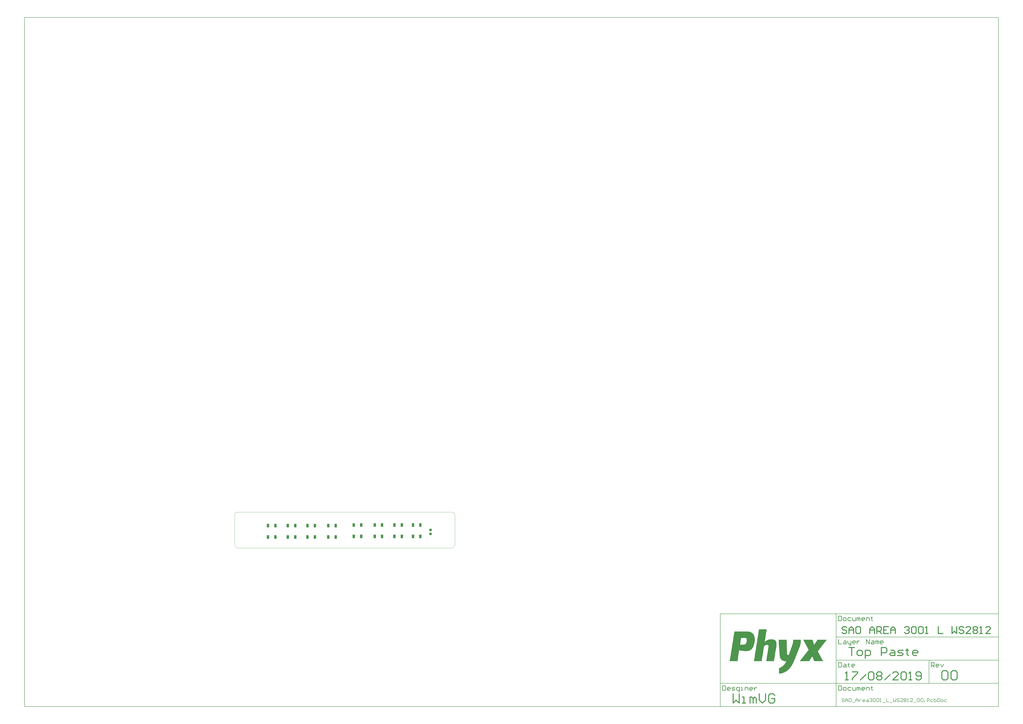
<source format=gtp>
G04*
G04 #@! TF.GenerationSoftware,Altium Limited,Altium Designer,18.1.7 (191)*
G04*
G04 Layer_Color=8421504*
%FSLAX25Y25*%
%MOIN*%
G70*
G01*
G75*
%ADD10C,0.01575*%
%ADD12C,0.00787*%
%ADD15C,0.00394*%
%ADD16C,0.00984*%
%ADD17R,0.03937X0.04331*%
%ADD18R,0.03937X0.05906*%
G36*
X872201Y-141778D02*
X873919D01*
Y-142065D01*
X874778D01*
Y-142351D01*
X875637D01*
Y-142637D01*
X876496D01*
Y-142924D01*
X877069D01*
Y-143210D01*
X877355D01*
Y-143496D01*
X877928D01*
Y-143783D01*
X878214D01*
Y-144069D01*
X878786D01*
Y-144355D01*
X879073D01*
Y-144641D01*
X879359D01*
Y-144928D01*
X879646D01*
Y-145214D01*
X879932D01*
Y-145501D01*
X880218D01*
Y-145787D01*
X880504D01*
Y-146073D01*
Y-146359D01*
X880791D01*
Y-146646D01*
X881077D01*
Y-146932D01*
Y-147218D01*
X881363D01*
Y-147505D01*
X881650D01*
Y-147791D01*
Y-148077D01*
X881936D01*
Y-148364D01*
Y-148650D01*
Y-148936D01*
X882222D01*
Y-149223D01*
Y-149509D01*
Y-149795D01*
X882509D01*
Y-150082D01*
Y-150368D01*
Y-150654D01*
Y-150940D01*
X882795D01*
Y-151227D01*
Y-151513D01*
Y-151799D01*
Y-152086D01*
Y-152372D01*
X883081D01*
Y-152658D01*
Y-152945D01*
Y-153231D01*
Y-153517D01*
Y-153804D01*
Y-154090D01*
Y-154376D01*
Y-154663D01*
Y-154949D01*
Y-155235D01*
Y-155521D01*
Y-155808D01*
Y-156094D01*
Y-156380D01*
Y-156667D01*
Y-156953D01*
Y-157239D01*
Y-157526D01*
Y-157812D01*
Y-158098D01*
X882795D01*
Y-158385D01*
Y-158671D01*
Y-158957D01*
Y-159244D01*
Y-159530D01*
Y-159816D01*
Y-160102D01*
X882509D01*
Y-160389D01*
Y-160675D01*
Y-160961D01*
Y-161248D01*
Y-161534D01*
X882222D01*
Y-161820D01*
Y-162107D01*
Y-162393D01*
Y-162679D01*
Y-162966D01*
X881936D01*
Y-163252D01*
Y-163538D01*
Y-163824D01*
X881650D01*
Y-164111D01*
Y-164397D01*
Y-164683D01*
Y-164970D01*
X881363D01*
Y-165256D01*
Y-165542D01*
Y-165829D01*
X881077D01*
Y-166115D01*
Y-166401D01*
X880791D01*
Y-166688D01*
Y-166974D01*
Y-167260D01*
X880504D01*
Y-167547D01*
Y-167833D01*
X880218D01*
Y-168119D01*
Y-168405D01*
X879932D01*
Y-168692D01*
Y-168978D01*
X879646D01*
Y-169264D01*
X879359D01*
Y-169551D01*
Y-169837D01*
X879073D01*
Y-170123D01*
X878786D01*
Y-170410D01*
X878500D01*
Y-170696D01*
Y-170982D01*
X878214D01*
Y-171269D01*
X877928D01*
Y-171555D01*
X877641D01*
Y-171841D01*
X877355D01*
Y-172127D01*
X877069D01*
Y-172414D01*
X876496D01*
Y-172700D01*
X876210D01*
Y-172986D01*
X875637D01*
Y-173273D01*
X875351D01*
Y-173559D01*
X874778D01*
Y-173845D01*
X873919D01*
Y-174132D01*
X873060D01*
Y-174418D01*
X872201D01*
Y-174704D01*
X870483D01*
Y-174991D01*
X865330D01*
Y-174704D01*
X862753D01*
Y-174418D01*
X860749D01*
Y-174132D01*
X859317D01*
Y-173845D01*
X857886D01*
Y-173559D01*
X856454D01*
Y-173845D01*
Y-174132D01*
Y-174418D01*
Y-174704D01*
Y-174991D01*
Y-175277D01*
Y-175563D01*
X856168D01*
Y-175850D01*
Y-176136D01*
Y-176422D01*
Y-176709D01*
Y-176995D01*
Y-177281D01*
X855882D01*
Y-177568D01*
Y-177854D01*
Y-178140D01*
Y-178426D01*
Y-178713D01*
Y-178999D01*
X855595D01*
Y-179285D01*
Y-179572D01*
Y-179858D01*
Y-180144D01*
Y-180431D01*
Y-180717D01*
Y-181003D01*
X855309D01*
Y-181290D01*
Y-181576D01*
Y-181862D01*
Y-182149D01*
Y-182435D01*
Y-182721D01*
X855023D01*
Y-183007D01*
Y-183294D01*
Y-183580D01*
Y-183866D01*
Y-184153D01*
Y-184439D01*
X854736D01*
Y-184725D01*
Y-185012D01*
Y-185298D01*
Y-185584D01*
Y-185871D01*
Y-186157D01*
Y-186443D01*
X854450D01*
Y-186730D01*
Y-187016D01*
Y-187302D01*
Y-187588D01*
Y-187875D01*
Y-188161D01*
X854164D01*
Y-188447D01*
Y-188734D01*
Y-189020D01*
Y-189306D01*
Y-189593D01*
Y-189879D01*
X853877D01*
Y-190165D01*
Y-190452D01*
Y-190738D01*
Y-191024D01*
Y-191311D01*
Y-191597D01*
Y-191883D01*
X840421D01*
Y-191597D01*
X840707D01*
Y-191311D01*
Y-191024D01*
Y-190738D01*
Y-190452D01*
Y-190165D01*
X840993D01*
Y-189879D01*
Y-189593D01*
Y-189306D01*
Y-189020D01*
Y-188734D01*
Y-188447D01*
Y-188161D01*
X841280D01*
Y-187875D01*
Y-187588D01*
Y-187302D01*
Y-187016D01*
Y-186730D01*
Y-186443D01*
X841566D01*
Y-186157D01*
Y-185871D01*
Y-185584D01*
Y-185298D01*
Y-185012D01*
Y-184725D01*
X841852D01*
Y-184439D01*
Y-184153D01*
Y-183866D01*
Y-183580D01*
Y-183294D01*
Y-183007D01*
Y-182721D01*
X842138D01*
Y-182435D01*
Y-182149D01*
Y-181862D01*
Y-181576D01*
Y-181290D01*
Y-181003D01*
X842425D01*
Y-180717D01*
Y-180431D01*
Y-180144D01*
Y-179858D01*
Y-179572D01*
Y-179285D01*
X842711D01*
Y-178999D01*
Y-178713D01*
Y-178426D01*
Y-178140D01*
Y-177854D01*
Y-177568D01*
X842997D01*
Y-177281D01*
Y-176995D01*
Y-176709D01*
Y-176422D01*
Y-176136D01*
Y-175850D01*
Y-175563D01*
X843284D01*
Y-175277D01*
Y-174991D01*
Y-174704D01*
Y-174418D01*
Y-174132D01*
Y-173845D01*
X843570D01*
Y-173559D01*
Y-173273D01*
Y-172986D01*
Y-172700D01*
Y-172414D01*
Y-172127D01*
X843856D01*
Y-171841D01*
Y-171555D01*
Y-171269D01*
Y-170982D01*
Y-170696D01*
Y-170410D01*
X844143D01*
Y-170123D01*
Y-169837D01*
Y-169551D01*
Y-169264D01*
Y-168978D01*
Y-168692D01*
Y-168405D01*
X844429D01*
Y-168119D01*
Y-167833D01*
Y-167547D01*
Y-167260D01*
Y-166974D01*
Y-166688D01*
X844715D01*
Y-166401D01*
Y-166115D01*
Y-165829D01*
Y-165542D01*
Y-165256D01*
Y-164970D01*
X845002D01*
Y-164683D01*
Y-164397D01*
Y-164111D01*
Y-163824D01*
Y-163538D01*
Y-163252D01*
Y-162966D01*
X845288D01*
Y-162679D01*
Y-162393D01*
Y-162107D01*
Y-161820D01*
Y-161534D01*
Y-161248D01*
X845574D01*
Y-160961D01*
Y-160675D01*
Y-160389D01*
Y-160102D01*
Y-159816D01*
Y-159530D01*
X845861D01*
Y-159244D01*
Y-158957D01*
Y-158671D01*
Y-158385D01*
Y-158098D01*
Y-157812D01*
X846147D01*
Y-157526D01*
Y-157239D01*
Y-156953D01*
Y-156667D01*
Y-156380D01*
Y-156094D01*
Y-155808D01*
X846433D01*
Y-155521D01*
Y-155235D01*
Y-154949D01*
Y-154663D01*
Y-154376D01*
Y-154090D01*
X846719D01*
Y-153804D01*
Y-153517D01*
Y-153231D01*
Y-152945D01*
Y-152658D01*
Y-152372D01*
X847006D01*
Y-152086D01*
Y-151799D01*
Y-151513D01*
Y-151227D01*
Y-150940D01*
Y-150654D01*
Y-150368D01*
X847292D01*
Y-150082D01*
Y-149795D01*
Y-149509D01*
Y-149223D01*
Y-148936D01*
Y-148650D01*
X847578D01*
Y-148364D01*
Y-148077D01*
Y-147791D01*
Y-147505D01*
Y-147218D01*
Y-146932D01*
X847865D01*
Y-146646D01*
Y-146359D01*
Y-146073D01*
Y-145787D01*
Y-145501D01*
Y-145214D01*
Y-144928D01*
X848151D01*
Y-144641D01*
Y-144355D01*
Y-144069D01*
Y-143783D01*
Y-143496D01*
Y-143210D01*
X848437D01*
Y-142924D01*
Y-142637D01*
Y-142351D01*
Y-142065D01*
Y-141778D01*
Y-141492D01*
X872201D01*
Y-141778D01*
D02*
G37*
G36*
X903409Y-138343D02*
Y-138629D01*
X903123D01*
Y-138915D01*
Y-139202D01*
Y-139488D01*
Y-139774D01*
Y-140060D01*
Y-140347D01*
X902837D01*
Y-140633D01*
Y-140919D01*
Y-141206D01*
Y-141492D01*
Y-141778D01*
Y-142065D01*
X902551D01*
Y-142351D01*
Y-142637D01*
Y-142924D01*
Y-143210D01*
Y-143496D01*
Y-143783D01*
Y-144069D01*
X902264D01*
Y-144355D01*
Y-144641D01*
Y-144928D01*
Y-145214D01*
Y-145501D01*
Y-145787D01*
X901978D01*
Y-146073D01*
Y-146359D01*
Y-146646D01*
Y-146932D01*
Y-147218D01*
Y-147505D01*
X901692D01*
Y-147791D01*
Y-148077D01*
Y-148364D01*
Y-148650D01*
Y-148936D01*
Y-149223D01*
Y-149509D01*
X901405D01*
Y-149795D01*
Y-150082D01*
Y-150368D01*
Y-150654D01*
Y-150940D01*
Y-151227D01*
X901119D01*
Y-151513D01*
Y-151799D01*
Y-152086D01*
Y-152372D01*
Y-152658D01*
Y-152945D01*
X900833D01*
Y-153231D01*
Y-153517D01*
Y-153804D01*
Y-154090D01*
Y-154376D01*
Y-154663D01*
X900546D01*
Y-154949D01*
Y-155235D01*
Y-155521D01*
Y-155808D01*
Y-156094D01*
Y-156380D01*
Y-156667D01*
X900260D01*
Y-156953D01*
Y-157239D01*
Y-157526D01*
Y-157812D01*
Y-158098D01*
Y-158385D01*
X899974D01*
Y-158671D01*
Y-158957D01*
X900546D01*
Y-158671D01*
X900833D01*
Y-158385D01*
X901119D01*
Y-158098D01*
X901692D01*
Y-157812D01*
X901978D01*
Y-157526D01*
X902264D01*
Y-157239D01*
X902837D01*
Y-156953D01*
X903409D01*
Y-156667D01*
X903696D01*
Y-156380D01*
X904268D01*
Y-156094D01*
X905127D01*
Y-155808D01*
X905700D01*
Y-155521D01*
X906559D01*
Y-155235D01*
X907990D01*
Y-154949D01*
X914289D01*
Y-155235D01*
X915435D01*
Y-155521D01*
X916294D01*
Y-155808D01*
X916866D01*
Y-156094D01*
X917153D01*
Y-156380D01*
X917725D01*
Y-156667D01*
X918011D01*
Y-156953D01*
X918298D01*
Y-157239D01*
X918584D01*
Y-157526D01*
X918870D01*
Y-157812D01*
Y-158098D01*
X919157D01*
Y-158385D01*
Y-158671D01*
X919443D01*
Y-158957D01*
Y-159244D01*
Y-159530D01*
X919729D01*
Y-159816D01*
Y-160102D01*
Y-160389D01*
Y-160675D01*
X920016D01*
Y-160961D01*
Y-161248D01*
Y-161534D01*
Y-161820D01*
Y-162107D01*
Y-162393D01*
Y-162679D01*
Y-162966D01*
Y-163252D01*
Y-163538D01*
Y-163824D01*
Y-164111D01*
Y-164397D01*
Y-164683D01*
Y-164970D01*
Y-165256D01*
Y-165542D01*
Y-165829D01*
X919729D01*
Y-166115D01*
Y-166401D01*
Y-166688D01*
Y-166974D01*
Y-167260D01*
Y-167547D01*
Y-167833D01*
X919443D01*
Y-168119D01*
Y-168405D01*
Y-168692D01*
Y-168978D01*
Y-169264D01*
Y-169551D01*
Y-169837D01*
X919157D01*
Y-170123D01*
Y-170410D01*
Y-170696D01*
Y-170982D01*
Y-171269D01*
Y-171555D01*
X918870D01*
Y-171841D01*
Y-172127D01*
Y-172414D01*
Y-172700D01*
Y-172986D01*
Y-173273D01*
X918584D01*
Y-173559D01*
Y-173845D01*
Y-174132D01*
Y-174418D01*
Y-174704D01*
Y-174991D01*
X918298D01*
Y-175277D01*
Y-175563D01*
Y-175850D01*
Y-176136D01*
Y-176422D01*
Y-176709D01*
Y-176995D01*
X918011D01*
Y-177281D01*
Y-177568D01*
Y-177854D01*
Y-178140D01*
Y-178426D01*
Y-178713D01*
X917725D01*
Y-178999D01*
Y-179285D01*
Y-179572D01*
Y-179858D01*
Y-180144D01*
Y-180431D01*
X917439D01*
Y-180717D01*
Y-181003D01*
Y-181290D01*
Y-181576D01*
Y-181862D01*
Y-182149D01*
Y-182435D01*
X917153D01*
Y-182721D01*
Y-183007D01*
Y-183294D01*
Y-183580D01*
Y-183866D01*
Y-184153D01*
X916866D01*
Y-184439D01*
Y-184725D01*
Y-185012D01*
Y-185298D01*
Y-185584D01*
Y-185871D01*
X916580D01*
Y-186157D01*
Y-186443D01*
Y-186730D01*
Y-187016D01*
Y-187302D01*
Y-187588D01*
X916294D01*
Y-187875D01*
Y-188161D01*
Y-188447D01*
Y-188734D01*
Y-189020D01*
Y-189306D01*
Y-189593D01*
X916007D01*
Y-189879D01*
Y-190165D01*
Y-190452D01*
Y-190738D01*
Y-191024D01*
Y-191311D01*
X915721D01*
Y-191597D01*
Y-191883D01*
X902551D01*
Y-191597D01*
Y-191311D01*
X902837D01*
Y-191024D01*
Y-190738D01*
Y-190452D01*
Y-190165D01*
Y-189879D01*
Y-189593D01*
X903123D01*
Y-189306D01*
Y-189020D01*
Y-188734D01*
Y-188447D01*
Y-188161D01*
Y-187875D01*
Y-187588D01*
X903409D01*
Y-187302D01*
Y-187016D01*
Y-186730D01*
Y-186443D01*
Y-186157D01*
Y-185871D01*
X903696D01*
Y-185584D01*
Y-185298D01*
Y-185012D01*
Y-184725D01*
Y-184439D01*
Y-184153D01*
X903982D01*
Y-183866D01*
Y-183580D01*
Y-183294D01*
Y-183007D01*
Y-182721D01*
Y-182435D01*
Y-182149D01*
X904268D01*
Y-181862D01*
Y-181576D01*
Y-181290D01*
Y-181003D01*
Y-180717D01*
Y-180431D01*
X904555D01*
Y-180144D01*
Y-179858D01*
Y-179572D01*
Y-179285D01*
Y-178999D01*
Y-178713D01*
Y-178426D01*
X904841D01*
Y-178140D01*
Y-177854D01*
Y-177568D01*
Y-177281D01*
Y-176995D01*
Y-176709D01*
X905127D01*
Y-176422D01*
Y-176136D01*
Y-175850D01*
Y-175563D01*
Y-175277D01*
Y-174991D01*
X905414D01*
Y-174704D01*
Y-174418D01*
Y-174132D01*
Y-173845D01*
Y-173559D01*
Y-173273D01*
X905700D01*
Y-172986D01*
Y-172700D01*
Y-172414D01*
Y-172127D01*
Y-171841D01*
Y-171555D01*
Y-171269D01*
X905986D01*
Y-170982D01*
Y-170696D01*
Y-170410D01*
Y-170123D01*
Y-169837D01*
Y-169551D01*
X906273D01*
Y-169264D01*
Y-168978D01*
Y-168692D01*
Y-168405D01*
Y-168119D01*
Y-167833D01*
Y-167547D01*
X906559D01*
Y-167260D01*
Y-166974D01*
Y-166688D01*
Y-166401D01*
Y-166115D01*
Y-165829D01*
X906273D01*
Y-165542D01*
Y-165256D01*
X905986D01*
Y-164970D01*
X905700D01*
Y-164683D01*
X905127D01*
Y-164397D01*
X903409D01*
Y-164683D01*
X901978D01*
Y-164970D01*
X901119D01*
Y-165256D01*
X900546D01*
Y-165542D01*
X900260D01*
Y-165829D01*
X899687D01*
Y-166115D01*
X899401D01*
Y-166401D01*
X899115D01*
Y-166688D01*
Y-166974D01*
X898828D01*
Y-167260D01*
Y-167547D01*
Y-167833D01*
X898542D01*
Y-168119D01*
Y-168405D01*
Y-168692D01*
Y-168978D01*
Y-169264D01*
Y-169551D01*
X898256D01*
Y-169837D01*
Y-170123D01*
Y-170410D01*
Y-170696D01*
Y-170982D01*
Y-171269D01*
Y-171555D01*
X897970D01*
Y-171841D01*
Y-172127D01*
Y-172414D01*
Y-172700D01*
Y-172986D01*
Y-173273D01*
X897683D01*
Y-173559D01*
Y-173845D01*
Y-174132D01*
Y-174418D01*
Y-174704D01*
Y-174991D01*
X897397D01*
Y-175277D01*
Y-175563D01*
Y-175850D01*
Y-176136D01*
Y-176422D01*
Y-176709D01*
X897111D01*
Y-176995D01*
Y-177281D01*
Y-177568D01*
Y-177854D01*
Y-178140D01*
Y-178426D01*
Y-178713D01*
X896824D01*
Y-178999D01*
Y-179285D01*
Y-179572D01*
Y-179858D01*
Y-180144D01*
Y-180431D01*
X896538D01*
Y-180717D01*
Y-181003D01*
Y-181290D01*
Y-181576D01*
Y-181862D01*
Y-182149D01*
X896252D01*
Y-182435D01*
Y-182721D01*
Y-183007D01*
Y-183294D01*
Y-183580D01*
Y-183866D01*
Y-184153D01*
X895965D01*
Y-184439D01*
Y-184725D01*
Y-185012D01*
Y-185298D01*
Y-185584D01*
Y-185871D01*
X895679D01*
Y-186157D01*
Y-186443D01*
Y-186730D01*
Y-187016D01*
Y-187302D01*
Y-187588D01*
X895393D01*
Y-187875D01*
Y-188161D01*
Y-188447D01*
Y-188734D01*
Y-189020D01*
Y-189306D01*
X895106D01*
Y-189593D01*
Y-189879D01*
Y-190165D01*
Y-190452D01*
Y-190738D01*
Y-191024D01*
Y-191311D01*
X894820D01*
Y-191597D01*
Y-191883D01*
X881650D01*
Y-191597D01*
Y-191311D01*
X881936D01*
Y-191024D01*
Y-190738D01*
Y-190452D01*
Y-190165D01*
Y-189879D01*
Y-189593D01*
Y-189306D01*
X882222D01*
Y-189020D01*
Y-188734D01*
Y-188447D01*
Y-188161D01*
Y-187875D01*
Y-187588D01*
X882509D01*
Y-187302D01*
Y-187016D01*
Y-186730D01*
Y-186443D01*
Y-186157D01*
Y-185871D01*
X882795D01*
Y-185584D01*
Y-185298D01*
Y-185012D01*
Y-184725D01*
Y-184439D01*
Y-184153D01*
Y-183866D01*
X883081D01*
Y-183580D01*
Y-183294D01*
Y-183007D01*
Y-182721D01*
Y-182435D01*
Y-182149D01*
X883368D01*
Y-181862D01*
Y-181576D01*
Y-181290D01*
Y-181003D01*
Y-180717D01*
Y-180431D01*
X883654D01*
Y-180144D01*
Y-179858D01*
Y-179572D01*
Y-179285D01*
Y-178999D01*
Y-178713D01*
X883940D01*
Y-178426D01*
Y-178140D01*
Y-177854D01*
Y-177568D01*
Y-177281D01*
Y-176995D01*
Y-176709D01*
X884227D01*
Y-176422D01*
Y-176136D01*
Y-175850D01*
Y-175563D01*
Y-175277D01*
Y-174991D01*
X884513D01*
Y-174704D01*
Y-174418D01*
Y-174132D01*
Y-173845D01*
Y-173559D01*
Y-173273D01*
X884799D01*
Y-172986D01*
Y-172700D01*
Y-172414D01*
Y-172127D01*
Y-171841D01*
Y-171555D01*
Y-171269D01*
X885085D01*
Y-170982D01*
Y-170696D01*
Y-170410D01*
Y-170123D01*
Y-169837D01*
Y-169551D01*
X885372D01*
Y-169264D01*
Y-168978D01*
Y-168692D01*
Y-168405D01*
Y-168119D01*
Y-167833D01*
X885658D01*
Y-167547D01*
Y-167260D01*
Y-166974D01*
Y-166688D01*
Y-166401D01*
Y-166115D01*
X885944D01*
Y-165829D01*
Y-165542D01*
Y-165256D01*
Y-164970D01*
Y-164683D01*
Y-164397D01*
Y-164111D01*
X886231D01*
Y-163824D01*
Y-163538D01*
Y-163252D01*
Y-162966D01*
Y-162679D01*
Y-162393D01*
X886517D01*
Y-162107D01*
Y-161820D01*
Y-161534D01*
Y-161248D01*
Y-160961D01*
Y-160675D01*
X886803D01*
Y-160389D01*
Y-160102D01*
Y-159816D01*
Y-159530D01*
Y-159244D01*
Y-158957D01*
X887090D01*
Y-158671D01*
Y-158385D01*
Y-158098D01*
Y-157812D01*
Y-157526D01*
Y-157239D01*
Y-156953D01*
X887376D01*
Y-156667D01*
Y-156380D01*
Y-156094D01*
Y-155808D01*
Y-155521D01*
Y-155235D01*
X887662D01*
Y-154949D01*
Y-154663D01*
Y-154376D01*
Y-154090D01*
Y-153804D01*
Y-153517D01*
X887949D01*
Y-153231D01*
Y-152945D01*
Y-152658D01*
Y-152372D01*
Y-152086D01*
Y-151799D01*
Y-151513D01*
X888235D01*
Y-151227D01*
Y-150940D01*
Y-150654D01*
Y-150368D01*
Y-150082D01*
Y-149795D01*
X888521D01*
Y-149509D01*
Y-149223D01*
Y-148936D01*
Y-148650D01*
Y-148364D01*
Y-148077D01*
X888807D01*
Y-147791D01*
Y-147505D01*
Y-147218D01*
Y-146932D01*
Y-146646D01*
Y-146359D01*
X889094D01*
Y-146073D01*
Y-145787D01*
Y-145501D01*
Y-145214D01*
Y-144928D01*
Y-144641D01*
Y-144355D01*
X889380D01*
Y-144069D01*
Y-143783D01*
Y-143496D01*
Y-143210D01*
Y-142924D01*
Y-142637D01*
X889666D01*
Y-142351D01*
Y-142065D01*
Y-141778D01*
Y-141492D01*
Y-141206D01*
Y-140919D01*
X889953D01*
Y-140633D01*
Y-140347D01*
Y-140060D01*
Y-139774D01*
Y-139488D01*
Y-139202D01*
Y-138915D01*
X890239D01*
Y-138629D01*
Y-138343D01*
Y-138056D01*
X903409D01*
Y-138343D01*
D02*
G37*
G36*
X1005337Y-155808D02*
X1005050D01*
Y-156094D01*
X1004764D01*
Y-156380D01*
Y-156667D01*
X1004478D01*
Y-156953D01*
X1004192D01*
Y-157239D01*
X1003905D01*
Y-157526D01*
Y-157812D01*
X1003619D01*
Y-158098D01*
X1003333D01*
Y-158385D01*
X1003046D01*
Y-158671D01*
X1002760D01*
Y-158957D01*
Y-159244D01*
X1002474D01*
Y-159530D01*
X1002187D01*
Y-159816D01*
X1001901D01*
Y-160102D01*
Y-160389D01*
X1001615D01*
Y-160675D01*
X1001328D01*
Y-160961D01*
X1001042D01*
Y-161248D01*
X1000756D01*
Y-161534D01*
Y-161820D01*
X1000469D01*
Y-162107D01*
X1000183D01*
Y-162393D01*
X999897D01*
Y-162679D01*
Y-162966D01*
X999611D01*
Y-163252D01*
X999324D01*
Y-163538D01*
X999038D01*
Y-163824D01*
Y-164111D01*
X998752D01*
Y-164397D01*
X998465D01*
Y-164683D01*
X998179D01*
Y-164970D01*
X997893D01*
Y-165256D01*
Y-165542D01*
X997606D01*
Y-165829D01*
X997320D01*
Y-166115D01*
X997034D01*
Y-166401D01*
Y-166688D01*
X996747D01*
Y-166974D01*
X996461D01*
Y-167260D01*
X996175D01*
Y-167547D01*
Y-167833D01*
X995889D01*
Y-168119D01*
X995602D01*
Y-168405D01*
X995316D01*
Y-168692D01*
X995030D01*
Y-168978D01*
Y-169264D01*
X994743D01*
Y-169551D01*
X994457D01*
Y-169837D01*
X994171D01*
Y-170123D01*
Y-170410D01*
X993884D01*
Y-170696D01*
X993598D01*
Y-170982D01*
X993312D01*
Y-171269D01*
Y-171555D01*
X993025D01*
Y-171841D01*
X992739D01*
Y-172127D01*
X992453D01*
Y-172414D01*
X992166D01*
Y-172700D01*
Y-172986D01*
X991880D01*
Y-173273D01*
X991594D01*
Y-173559D01*
X991308D01*
Y-173845D01*
Y-174132D01*
X991021D01*
Y-174418D01*
X990735D01*
Y-174704D01*
X990449D01*
Y-174991D01*
X990162D01*
Y-175277D01*
Y-175563D01*
X990449D01*
Y-175850D01*
Y-176136D01*
X990735D01*
Y-176422D01*
Y-176709D01*
X991021D01*
Y-176995D01*
X991308D01*
Y-177281D01*
Y-177568D01*
X991594D01*
Y-177854D01*
Y-178140D01*
X991880D01*
Y-178426D01*
Y-178713D01*
X992166D01*
Y-178999D01*
Y-179285D01*
X992453D01*
Y-179572D01*
Y-179858D01*
X992739D01*
Y-180144D01*
Y-180431D01*
X993025D01*
Y-180717D01*
Y-181003D01*
X993312D01*
Y-181290D01*
Y-181576D01*
X993598D01*
Y-181862D01*
X993884D01*
Y-182149D01*
Y-182435D01*
X994171D01*
Y-182721D01*
Y-183007D01*
X994457D01*
Y-183294D01*
Y-183580D01*
X994743D01*
Y-183866D01*
Y-184153D01*
X995030D01*
Y-184439D01*
Y-184725D01*
X995316D01*
Y-185012D01*
Y-185298D01*
X995602D01*
Y-185584D01*
Y-185871D01*
X995889D01*
Y-186157D01*
X996175D01*
Y-186443D01*
Y-186730D01*
X996461D01*
Y-187016D01*
Y-187302D01*
X996747D01*
Y-187588D01*
Y-187875D01*
X997034D01*
Y-188161D01*
Y-188447D01*
X997320D01*
Y-188734D01*
Y-189020D01*
X997606D01*
Y-189306D01*
Y-189593D01*
X997893D01*
Y-189879D01*
Y-190165D01*
X998179D01*
Y-190452D01*
X998465D01*
Y-190738D01*
Y-191024D01*
X998752D01*
Y-191311D01*
Y-191597D01*
X999038D01*
Y-191883D01*
X983863D01*
Y-191597D01*
X983577D01*
Y-191311D01*
Y-191024D01*
Y-190738D01*
X983291D01*
Y-190452D01*
Y-190165D01*
Y-189879D01*
X983004D01*
Y-189593D01*
Y-189306D01*
X982718D01*
Y-189020D01*
Y-188734D01*
Y-188447D01*
X982432D01*
Y-188161D01*
Y-187875D01*
Y-187588D01*
X982146D01*
Y-187302D01*
Y-187016D01*
X981859D01*
Y-186730D01*
Y-186443D01*
Y-186157D01*
X981573D01*
Y-185871D01*
Y-185584D01*
Y-185298D01*
X981287D01*
Y-185012D01*
Y-184725D01*
Y-184439D01*
X981000D01*
Y-184153D01*
X980428D01*
Y-184439D01*
Y-184725D01*
X980141D01*
Y-185012D01*
X979855D01*
Y-185298D01*
Y-185584D01*
X979569D01*
Y-185871D01*
X979282D01*
Y-186157D01*
Y-186443D01*
X978996D01*
Y-186730D01*
X978710D01*
Y-187016D01*
Y-187302D01*
X978423D01*
Y-187588D01*
X978137D01*
Y-187875D01*
X977851D01*
Y-188161D01*
Y-188447D01*
X977565D01*
Y-188734D01*
X977278D01*
Y-189020D01*
Y-189306D01*
X976992D01*
Y-189593D01*
X976705D01*
Y-189879D01*
Y-190165D01*
X976419D01*
Y-190452D01*
X976133D01*
Y-190738D01*
Y-191024D01*
X975847D01*
Y-191311D01*
X975560D01*
Y-191597D01*
Y-191883D01*
X959527D01*
Y-191597D01*
X959813D01*
Y-191311D01*
X960099D01*
Y-191024D01*
X960386D01*
Y-190738D01*
X960672D01*
Y-190452D01*
Y-190165D01*
X960958D01*
Y-189879D01*
X961245D01*
Y-189593D01*
X961531D01*
Y-189306D01*
X961817D01*
Y-189020D01*
Y-188734D01*
X962104D01*
Y-188447D01*
X962390D01*
Y-188161D01*
X962676D01*
Y-187875D01*
Y-187588D01*
X962963D01*
Y-187302D01*
X963249D01*
Y-187016D01*
X963535D01*
Y-186730D01*
X963822D01*
Y-186443D01*
Y-186157D01*
X964108D01*
Y-185871D01*
X964394D01*
Y-185584D01*
X964680D01*
Y-185298D01*
X964967D01*
Y-185012D01*
Y-184725D01*
X965253D01*
Y-184439D01*
X965539D01*
Y-184153D01*
X965826D01*
Y-183866D01*
Y-183580D01*
X966112D01*
Y-183294D01*
X966398D01*
Y-183007D01*
X966685D01*
Y-182721D01*
X966971D01*
Y-182435D01*
Y-182149D01*
X967257D01*
Y-181862D01*
X967544D01*
Y-181576D01*
X967830D01*
Y-181290D01*
Y-181003D01*
X968116D01*
Y-180717D01*
X968402D01*
Y-180431D01*
X968689D01*
Y-180144D01*
X968975D01*
Y-179858D01*
Y-179572D01*
X969261D01*
Y-179285D01*
X969548D01*
Y-178999D01*
X969834D01*
Y-178713D01*
Y-178426D01*
X970120D01*
Y-178140D01*
X970407D01*
Y-177854D01*
X970693D01*
Y-177568D01*
X970979D01*
Y-177281D01*
Y-176995D01*
X971266D01*
Y-176709D01*
X971552D01*
Y-176422D01*
X971838D01*
Y-176136D01*
X972124D01*
Y-175850D01*
Y-175563D01*
X972411D01*
Y-175277D01*
X972697D01*
Y-174991D01*
X972983D01*
Y-174704D01*
Y-174418D01*
X973270D01*
Y-174132D01*
X973556D01*
Y-173845D01*
X973842D01*
Y-173559D01*
X974129D01*
Y-173273D01*
Y-172986D01*
X974415D01*
Y-172700D01*
Y-172414D01*
Y-172127D01*
X974129D01*
Y-171841D01*
X973842D01*
Y-171555D01*
Y-171269D01*
X973556D01*
Y-170982D01*
Y-170696D01*
X973270D01*
Y-170410D01*
Y-170123D01*
X972983D01*
Y-169837D01*
Y-169551D01*
X972697D01*
Y-169264D01*
Y-168978D01*
X972411D01*
Y-168692D01*
Y-168405D01*
X972124D01*
Y-168119D01*
X971838D01*
Y-167833D01*
Y-167547D01*
X971552D01*
Y-167260D01*
Y-166974D01*
X971266D01*
Y-166688D01*
Y-166401D01*
X970979D01*
Y-166115D01*
Y-165829D01*
X970693D01*
Y-165542D01*
Y-165256D01*
X970407D01*
Y-164970D01*
Y-164683D01*
X970120D01*
Y-164397D01*
X969834D01*
Y-164111D01*
Y-163824D01*
X969548D01*
Y-163538D01*
Y-163252D01*
X969261D01*
Y-162966D01*
Y-162679D01*
X968975D01*
Y-162393D01*
Y-162107D01*
X968689D01*
Y-161820D01*
Y-161534D01*
X968402D01*
Y-161248D01*
Y-160961D01*
X968116D01*
Y-160675D01*
Y-160389D01*
X967830D01*
Y-160102D01*
X967544D01*
Y-159816D01*
Y-159530D01*
X967257D01*
Y-159244D01*
Y-158957D01*
X966971D01*
Y-158671D01*
Y-158385D01*
X966685D01*
Y-158098D01*
Y-157812D01*
X966398D01*
Y-157526D01*
Y-157239D01*
X966112D01*
Y-156953D01*
Y-156667D01*
X965826D01*
Y-156380D01*
X965539D01*
Y-156094D01*
Y-155808D01*
X965253D01*
Y-155521D01*
X981000D01*
Y-155808D01*
X981287D01*
Y-156094D01*
Y-156380D01*
Y-156667D01*
X981573D01*
Y-156953D01*
Y-157239D01*
Y-157526D01*
X981859D01*
Y-157812D01*
Y-158098D01*
Y-158385D01*
X982146D01*
Y-158671D01*
Y-158957D01*
Y-159244D01*
X982432D01*
Y-159530D01*
Y-159816D01*
Y-160102D01*
X982718D01*
Y-160389D01*
Y-160675D01*
Y-160961D01*
X983004D01*
Y-161248D01*
Y-161534D01*
Y-161820D01*
X983291D01*
Y-162107D01*
Y-162393D01*
Y-162679D01*
X983577D01*
Y-162966D01*
Y-163252D01*
Y-163538D01*
Y-163824D01*
X984150D01*
Y-163538D01*
X984436D01*
Y-163252D01*
X984722D01*
Y-162966D01*
Y-162679D01*
X985009D01*
Y-162393D01*
X985295D01*
Y-162107D01*
Y-161820D01*
X985581D01*
Y-161534D01*
X985868D01*
Y-161248D01*
Y-160961D01*
X986154D01*
Y-160675D01*
X986440D01*
Y-160389D01*
Y-160102D01*
X986726D01*
Y-159816D01*
X987013D01*
Y-159530D01*
Y-159244D01*
X987299D01*
Y-158957D01*
X987585D01*
Y-158671D01*
Y-158385D01*
X987872D01*
Y-158098D01*
X988158D01*
Y-157812D01*
Y-157526D01*
X988444D01*
Y-157239D01*
X988731D01*
Y-156953D01*
Y-156667D01*
X989017D01*
Y-156380D01*
X989303D01*
Y-156094D01*
Y-155808D01*
X989590D01*
Y-155521D01*
X1005337D01*
Y-155808D01*
D02*
G37*
G36*
X961245D02*
Y-156094D01*
Y-156380D01*
Y-156667D01*
Y-156953D01*
Y-157239D01*
Y-157526D01*
Y-157812D01*
Y-158098D01*
Y-158385D01*
Y-158671D01*
Y-158957D01*
Y-159244D01*
Y-159530D01*
Y-159816D01*
Y-160102D01*
Y-160389D01*
Y-160675D01*
Y-160961D01*
Y-161248D01*
Y-161534D01*
X960958D01*
Y-161820D01*
Y-162107D01*
Y-162393D01*
Y-162679D01*
Y-162966D01*
X960672D01*
Y-163252D01*
Y-163538D01*
Y-163824D01*
Y-164111D01*
X960386D01*
Y-164397D01*
Y-164683D01*
Y-164970D01*
Y-165256D01*
X960099D01*
Y-165542D01*
Y-165829D01*
Y-166115D01*
X959813D01*
Y-166401D01*
Y-166688D01*
Y-166974D01*
X959527D01*
Y-167260D01*
Y-167547D01*
Y-167833D01*
X959241D01*
Y-168119D01*
Y-168405D01*
Y-168692D01*
X958954D01*
Y-168978D01*
Y-169264D01*
X958668D01*
Y-169551D01*
Y-169837D01*
X958381D01*
Y-170123D01*
Y-170410D01*
Y-170696D01*
X958095D01*
Y-170982D01*
Y-171269D01*
X957809D01*
Y-171555D01*
Y-171841D01*
Y-172127D01*
X957523D01*
Y-172414D01*
Y-172700D01*
X957236D01*
Y-172986D01*
Y-173273D01*
Y-173559D01*
X956950D01*
Y-173845D01*
Y-174132D01*
X956664D01*
Y-174418D01*
Y-174704D01*
Y-174991D01*
X956377D01*
Y-175277D01*
Y-175563D01*
X956091D01*
Y-175850D01*
Y-176136D01*
Y-176422D01*
X955805D01*
Y-176709D01*
Y-176995D01*
X955518D01*
Y-177281D01*
Y-177568D01*
Y-177854D01*
X955232D01*
Y-178140D01*
Y-178426D01*
X954946D01*
Y-178713D01*
Y-178999D01*
Y-179285D01*
X954659D01*
Y-179572D01*
Y-179858D01*
X954373D01*
Y-180144D01*
Y-180431D01*
Y-180717D01*
X954087D01*
Y-181003D01*
Y-181290D01*
X953800D01*
Y-181576D01*
Y-181862D01*
Y-182149D01*
X953514D01*
Y-182435D01*
Y-182721D01*
X953228D01*
Y-183007D01*
Y-183294D01*
Y-183580D01*
X952942D01*
Y-183866D01*
Y-184153D01*
X952655D01*
Y-184439D01*
Y-184725D01*
Y-185012D01*
X952369D01*
Y-185298D01*
Y-185584D01*
X952083D01*
Y-185871D01*
Y-186157D01*
Y-186443D01*
X951796D01*
Y-186730D01*
Y-187016D01*
X951510D01*
Y-187302D01*
Y-187588D01*
Y-187875D01*
X951224D01*
Y-188161D01*
Y-188447D01*
X950937D01*
Y-188734D01*
Y-189020D01*
Y-189306D01*
X950651D01*
Y-189593D01*
Y-189879D01*
X950365D01*
Y-190165D01*
Y-190452D01*
Y-190738D01*
X950078D01*
Y-191024D01*
Y-191311D01*
X949792D01*
Y-191597D01*
Y-191883D01*
Y-192169D01*
X949506D01*
Y-192456D01*
Y-192742D01*
X949220D01*
Y-193028D01*
Y-193315D01*
X948933D01*
Y-193601D01*
Y-193887D01*
X948647D01*
Y-194174D01*
Y-194460D01*
Y-194746D01*
X948361D01*
Y-195033D01*
X948074D01*
Y-195319D01*
Y-195605D01*
Y-195891D01*
X947788D01*
Y-196178D01*
X947502D01*
Y-196464D01*
Y-196750D01*
X947215D01*
Y-197037D01*
Y-197323D01*
X946929D01*
Y-197609D01*
Y-197896D01*
X946643D01*
Y-198182D01*
Y-198468D01*
X946356D01*
Y-198755D01*
X946070D01*
Y-199041D01*
Y-199327D01*
X945784D01*
Y-199614D01*
Y-199900D01*
X945497D01*
Y-200186D01*
X945211D01*
Y-200472D01*
X944925D01*
Y-200759D01*
Y-201045D01*
X944639D01*
Y-201331D01*
X944352D01*
Y-201618D01*
Y-201904D01*
X944066D01*
Y-202190D01*
X943780D01*
Y-202477D01*
X943493D01*
Y-202763D01*
Y-203049D01*
X943207D01*
Y-203336D01*
X942921D01*
Y-203622D01*
X942634D01*
Y-203908D01*
X942348D01*
Y-204195D01*
X942062D01*
Y-204481D01*
Y-204767D01*
X941775D01*
Y-205053D01*
X941489D01*
Y-205340D01*
X941203D01*
Y-205626D01*
X940916D01*
Y-205912D01*
X940630D01*
Y-206199D01*
X940344D01*
Y-206485D01*
X940057D01*
Y-206771D01*
X939485D01*
Y-207058D01*
X939199D01*
Y-207344D01*
X938912D01*
Y-207630D01*
X938626D01*
Y-207917D01*
X938340D01*
Y-208203D01*
X937767D01*
Y-208489D01*
X937481D01*
Y-208776D01*
X936908D01*
Y-209062D01*
X936622D01*
Y-209348D01*
X936049D01*
Y-209634D01*
X935763D01*
Y-209921D01*
X935190D01*
Y-210207D01*
X934618D01*
Y-210493D01*
X934045D01*
Y-210780D01*
X933472D01*
Y-211066D01*
X932900D01*
Y-211352D01*
X932041D01*
Y-211639D01*
X931468D01*
Y-211925D01*
X930609D01*
Y-212211D01*
X929464D01*
Y-212498D01*
X928319D01*
Y-212784D01*
X926601D01*
Y-213070D01*
X924597D01*
Y-213357D01*
X924310D01*
Y-213070D01*
Y-212784D01*
Y-212498D01*
Y-212211D01*
Y-211925D01*
Y-211639D01*
Y-211352D01*
Y-211066D01*
Y-210780D01*
Y-210493D01*
Y-210207D01*
Y-209921D01*
Y-209634D01*
Y-209348D01*
Y-209062D01*
Y-208776D01*
Y-208489D01*
Y-208203D01*
Y-207917D01*
Y-207630D01*
Y-207344D01*
Y-207058D01*
Y-206771D01*
Y-206485D01*
Y-206199D01*
Y-205912D01*
Y-205626D01*
Y-205340D01*
Y-205053D01*
Y-204767D01*
Y-204481D01*
Y-204195D01*
Y-203908D01*
X924883D01*
Y-203622D01*
X925455D01*
Y-203336D01*
X926028D01*
Y-203049D01*
X926601D01*
Y-202763D01*
X927173D01*
Y-202477D01*
X927746D01*
Y-202190D01*
X928032D01*
Y-201904D01*
X928605D01*
Y-201618D01*
X928891D01*
Y-201331D01*
X929464D01*
Y-201045D01*
X929750D01*
Y-200759D01*
X930037D01*
Y-200472D01*
X930609D01*
Y-200186D01*
X930896D01*
Y-199900D01*
X931182D01*
Y-199614D01*
X931468D01*
Y-199327D01*
X931754D01*
Y-199041D01*
X932041D01*
Y-198755D01*
X932327D01*
Y-198468D01*
X932613D01*
Y-198182D01*
X932900D01*
Y-197896D01*
X933186D01*
Y-197609D01*
X933472D01*
Y-197323D01*
X933759D01*
Y-197037D01*
Y-196750D01*
X934045D01*
Y-196464D01*
X934331D01*
Y-196178D01*
X934618D01*
Y-195891D01*
Y-195605D01*
X934904D01*
Y-195319D01*
X935190D01*
Y-195033D01*
Y-194746D01*
X935476D01*
Y-194460D01*
Y-194174D01*
X935763D01*
Y-193887D01*
X936049D01*
Y-193601D01*
Y-193315D01*
X936335D01*
Y-193028D01*
Y-192742D01*
X936622D01*
Y-192456D01*
Y-192169D01*
X934904D01*
Y-191883D01*
X932900D01*
Y-191597D01*
X931754D01*
Y-191311D01*
X931182D01*
Y-191024D01*
X930323D01*
Y-190738D01*
X929750D01*
Y-190452D01*
X929464D01*
Y-190165D01*
X928891D01*
Y-189879D01*
X928605D01*
Y-189593D01*
X928319D01*
Y-189306D01*
X928032D01*
Y-189020D01*
X927746D01*
Y-188734D01*
X927460D01*
Y-188447D01*
Y-188161D01*
X927173D01*
Y-187875D01*
X926887D01*
Y-187588D01*
Y-187302D01*
X926601D01*
Y-187016D01*
Y-186730D01*
X926315D01*
Y-186443D01*
Y-186157D01*
X926028D01*
Y-185871D01*
Y-185584D01*
Y-185298D01*
X925742D01*
Y-185012D01*
Y-184725D01*
Y-184439D01*
Y-184153D01*
X925455D01*
Y-183866D01*
Y-183580D01*
Y-183294D01*
Y-183007D01*
Y-182721D01*
Y-182435D01*
Y-182149D01*
X925169D01*
Y-181862D01*
Y-181576D01*
Y-181290D01*
Y-181003D01*
Y-180717D01*
Y-180431D01*
Y-180144D01*
Y-179858D01*
Y-179572D01*
Y-179285D01*
Y-178999D01*
Y-178713D01*
Y-178426D01*
Y-178140D01*
Y-177854D01*
X924883D01*
Y-177568D01*
Y-177281D01*
Y-176995D01*
Y-176709D01*
Y-176422D01*
Y-176136D01*
Y-175850D01*
Y-175563D01*
Y-175277D01*
Y-174991D01*
Y-174704D01*
Y-174418D01*
Y-174132D01*
Y-173845D01*
Y-173559D01*
X924597D01*
Y-173273D01*
Y-172986D01*
Y-172700D01*
Y-172414D01*
Y-172127D01*
Y-171841D01*
Y-171555D01*
Y-171269D01*
Y-170982D01*
Y-170696D01*
Y-170410D01*
Y-170123D01*
Y-169837D01*
Y-169551D01*
Y-169264D01*
Y-168978D01*
X924310D01*
Y-168692D01*
Y-168405D01*
Y-168119D01*
Y-167833D01*
Y-167547D01*
Y-167260D01*
Y-166974D01*
Y-166688D01*
Y-166401D01*
Y-166115D01*
Y-165829D01*
Y-165542D01*
Y-165256D01*
Y-164970D01*
Y-164683D01*
Y-164397D01*
X924024D01*
Y-164111D01*
Y-163824D01*
Y-163538D01*
Y-163252D01*
Y-162966D01*
Y-162679D01*
Y-162393D01*
Y-162107D01*
Y-161820D01*
Y-161534D01*
Y-161248D01*
Y-160961D01*
Y-160675D01*
Y-160389D01*
X923738D01*
Y-160102D01*
Y-159816D01*
Y-159530D01*
Y-159244D01*
Y-158957D01*
Y-158671D01*
Y-158385D01*
Y-158098D01*
Y-157812D01*
Y-157526D01*
Y-157239D01*
Y-156953D01*
Y-156667D01*
Y-156380D01*
Y-156094D01*
Y-155808D01*
X923451D01*
Y-155521D01*
X937194D01*
Y-155808D01*
Y-156094D01*
Y-156380D01*
Y-156667D01*
Y-156953D01*
Y-157239D01*
Y-157526D01*
Y-157812D01*
Y-158098D01*
Y-158385D01*
Y-158671D01*
Y-158957D01*
Y-159244D01*
Y-159530D01*
X937481D01*
Y-159816D01*
Y-160102D01*
Y-160389D01*
Y-160675D01*
Y-160961D01*
Y-161248D01*
Y-161534D01*
Y-161820D01*
Y-162107D01*
Y-162393D01*
Y-162679D01*
Y-162966D01*
Y-163252D01*
Y-163538D01*
Y-163824D01*
Y-164111D01*
Y-164397D01*
Y-164683D01*
Y-164970D01*
Y-165256D01*
Y-165542D01*
Y-165829D01*
Y-166115D01*
Y-166401D01*
Y-166688D01*
Y-166974D01*
Y-167260D01*
Y-167547D01*
Y-167833D01*
Y-168119D01*
Y-168405D01*
Y-168692D01*
Y-168978D01*
Y-169264D01*
Y-169551D01*
Y-169837D01*
Y-170123D01*
Y-170410D01*
Y-170696D01*
Y-170982D01*
Y-171269D01*
X937767D01*
Y-171555D01*
X937481D01*
Y-171841D01*
Y-172127D01*
X937767D01*
Y-172414D01*
Y-172700D01*
Y-172986D01*
Y-173273D01*
Y-173559D01*
Y-173845D01*
Y-174132D01*
Y-174418D01*
Y-174704D01*
Y-174991D01*
Y-175277D01*
Y-175563D01*
Y-175850D01*
Y-176136D01*
Y-176422D01*
Y-176709D01*
Y-176995D01*
Y-177281D01*
Y-177568D01*
Y-177854D01*
Y-178140D01*
Y-178426D01*
Y-178713D01*
Y-178999D01*
Y-179285D01*
Y-179572D01*
X938053D01*
Y-179858D01*
Y-180144D01*
Y-180431D01*
X938340D01*
Y-180717D01*
X938626D01*
Y-181003D01*
X938912D01*
Y-181290D01*
X939771D01*
Y-181576D01*
X940630D01*
Y-181290D01*
X940916D01*
Y-181003D01*
Y-180717D01*
Y-180431D01*
X941203D01*
Y-180144D01*
Y-179858D01*
X941489D01*
Y-179572D01*
Y-179285D01*
Y-178999D01*
X941775D01*
Y-178713D01*
Y-178426D01*
Y-178140D01*
X942062D01*
Y-177854D01*
Y-177568D01*
Y-177281D01*
X942348D01*
Y-176995D01*
Y-176709D01*
Y-176422D01*
X942634D01*
Y-176136D01*
Y-175850D01*
X942921D01*
Y-175563D01*
Y-175277D01*
Y-174991D01*
X943207D01*
Y-174704D01*
Y-174418D01*
Y-174132D01*
X943493D01*
Y-173845D01*
Y-173559D01*
Y-173273D01*
X943780D01*
Y-172986D01*
Y-172700D01*
X944066D01*
Y-172414D01*
Y-172127D01*
Y-171841D01*
X944352D01*
Y-171555D01*
Y-171269D01*
Y-170982D01*
X944639D01*
Y-170696D01*
Y-170410D01*
Y-170123D01*
X944925D01*
Y-169837D01*
Y-169551D01*
X945211D01*
Y-169264D01*
Y-168978D01*
Y-168692D01*
X945497D01*
Y-168405D01*
Y-168119D01*
Y-167833D01*
X945784D01*
Y-167547D01*
Y-167260D01*
Y-166974D01*
X946070D01*
Y-166688D01*
Y-166401D01*
X946356D01*
Y-166115D01*
Y-165829D01*
Y-165542D01*
X946643D01*
Y-165256D01*
Y-164970D01*
Y-164683D01*
X946929D01*
Y-164397D01*
Y-164111D01*
Y-163824D01*
X947215D01*
Y-163538D01*
Y-163252D01*
Y-162966D01*
Y-162679D01*
X947502D01*
Y-162393D01*
Y-162107D01*
Y-161820D01*
Y-161534D01*
X947788D01*
Y-161248D01*
Y-160961D01*
Y-160675D01*
Y-160389D01*
Y-160102D01*
X948074D01*
Y-159816D01*
Y-159530D01*
Y-159244D01*
Y-158957D01*
Y-158671D01*
Y-158385D01*
X948361D01*
Y-158098D01*
Y-157812D01*
Y-157526D01*
Y-157239D01*
Y-156953D01*
Y-156667D01*
Y-156380D01*
Y-156094D01*
Y-155808D01*
Y-155521D01*
X961245D01*
Y-155808D01*
D02*
G37*
%LPC*%
G36*
X867907Y-152658D02*
X859890D01*
Y-152945D01*
Y-153231D01*
Y-153517D01*
Y-153804D01*
Y-154090D01*
X859604D01*
Y-154376D01*
Y-154663D01*
Y-154949D01*
Y-155235D01*
Y-155521D01*
Y-155808D01*
X859317D01*
Y-156094D01*
Y-156380D01*
Y-156667D01*
Y-156953D01*
Y-157239D01*
Y-157526D01*
X859031D01*
Y-157812D01*
Y-158098D01*
Y-158385D01*
Y-158671D01*
Y-158957D01*
Y-159244D01*
X858745D01*
Y-159530D01*
Y-159816D01*
Y-160102D01*
Y-160389D01*
Y-160675D01*
Y-160961D01*
Y-161248D01*
X858458D01*
Y-161534D01*
Y-161820D01*
Y-162107D01*
Y-162393D01*
Y-162679D01*
Y-162966D01*
X858172D01*
Y-163252D01*
Y-163538D01*
Y-163824D01*
X865330D01*
Y-163538D01*
X866475D01*
Y-163252D01*
X867048D01*
Y-162966D01*
X867334D01*
Y-162679D01*
X867620D01*
Y-162393D01*
X867907D01*
Y-162107D01*
X868193D01*
Y-161820D01*
Y-161534D01*
X868479D01*
Y-161248D01*
Y-160961D01*
X868766D01*
Y-160675D01*
Y-160389D01*
X869052D01*
Y-160102D01*
Y-159816D01*
Y-159530D01*
Y-159244D01*
X869338D01*
Y-158957D01*
Y-158671D01*
Y-158385D01*
Y-158098D01*
Y-157812D01*
X869625D01*
Y-157526D01*
Y-157239D01*
Y-156953D01*
Y-156667D01*
Y-156380D01*
Y-156094D01*
Y-155808D01*
Y-155521D01*
Y-155235D01*
Y-154949D01*
Y-154663D01*
X869338D01*
Y-154376D01*
Y-154090D01*
X869052D01*
Y-153804D01*
Y-153517D01*
X868766D01*
Y-153231D01*
X868479D01*
Y-152945D01*
X867907D01*
Y-152658D01*
D02*
G37*
%LPD*%
D10*
X1042921Y-168552D02*
X1052104D01*
X1047513D01*
Y-182327D01*
X1058992D02*
X1063584D01*
X1065879Y-180031D01*
Y-175439D01*
X1063584Y-173144D01*
X1058992D01*
X1056696Y-175439D01*
Y-180031D01*
X1058992Y-182327D01*
X1070471Y-186919D02*
Y-173144D01*
X1077359D01*
X1079655Y-175439D01*
Y-180031D01*
X1077359Y-182327D01*
X1070471D01*
X1098021D02*
Y-168552D01*
X1104909D01*
X1107205Y-170848D01*
Y-175439D01*
X1104909Y-177735D01*
X1098021D01*
X1114092Y-173144D02*
X1118684D01*
X1120980Y-175439D01*
Y-182327D01*
X1114092D01*
X1111796Y-180031D01*
X1114092Y-177735D01*
X1120980D01*
X1125571Y-182327D02*
X1132459D01*
X1134755Y-180031D01*
X1132459Y-177735D01*
X1127867D01*
X1125571Y-175439D01*
X1127867Y-173144D01*
X1134755D01*
X1141642Y-170848D02*
Y-173144D01*
X1139347D01*
X1143938D01*
X1141642D01*
Y-180031D01*
X1143938Y-182327D01*
X1157713D02*
X1153122D01*
X1150826Y-180031D01*
Y-175439D01*
X1153122Y-173144D01*
X1157713D01*
X1160009Y-175439D01*
Y-177735D01*
X1150826D01*
X846071Y-247293D02*
Y-263036D01*
X851318Y-257788D01*
X856566Y-263036D01*
Y-247293D01*
X861814Y-263036D02*
X867061D01*
X864437D01*
Y-252540D01*
X861814D01*
X874933Y-263036D02*
Y-252540D01*
X877556D01*
X880180Y-255164D01*
Y-263036D01*
Y-255164D01*
X882804Y-252540D01*
X885428Y-255164D01*
Y-263036D01*
X890676Y-247293D02*
Y-257788D01*
X895923Y-263036D01*
X901171Y-257788D01*
Y-247293D01*
X916914Y-249917D02*
X914290Y-247293D01*
X909042D01*
X906419Y-249917D01*
Y-260412D01*
X909042Y-263036D01*
X914290D01*
X916914Y-260412D01*
Y-255164D01*
X911666D01*
X1200401Y-210546D02*
X1203025Y-207923D01*
X1208273D01*
X1210897Y-210546D01*
Y-221042D01*
X1208273Y-223665D01*
X1203025D01*
X1200401Y-221042D01*
Y-210546D01*
X1216144D02*
X1218768Y-207923D01*
X1224016D01*
X1226639Y-210546D01*
Y-221042D01*
X1224016Y-223665D01*
X1218768D01*
X1216144Y-221042D01*
Y-210546D01*
X1037015Y-223665D02*
X1041607D01*
X1039311D01*
Y-209890D01*
X1037015Y-212186D01*
X1048495Y-209890D02*
X1057678D01*
Y-212186D01*
X1048495Y-221370D01*
Y-223665D01*
X1062270D02*
X1071453Y-214482D01*
X1076045Y-212186D02*
X1078341Y-209890D01*
X1082932D01*
X1085228Y-212186D01*
Y-221370D01*
X1082932Y-223665D01*
X1078341D01*
X1076045Y-221370D01*
Y-212186D01*
X1089820D02*
X1092116Y-209890D01*
X1096707D01*
X1099003Y-212186D01*
Y-214482D01*
X1096707Y-216778D01*
X1099003Y-219074D01*
Y-221370D01*
X1096707Y-223665D01*
X1092116D01*
X1089820Y-221370D01*
Y-219074D01*
X1092116Y-216778D01*
X1089820Y-214482D01*
Y-212186D01*
X1092116Y-216778D02*
X1096707D01*
X1103595Y-223665D02*
X1112778Y-214482D01*
X1126553Y-223665D02*
X1117370D01*
X1126553Y-214482D01*
Y-212186D01*
X1124258Y-209890D01*
X1119666D01*
X1117370Y-212186D01*
X1131145D02*
X1133441Y-209890D01*
X1138033D01*
X1140329Y-212186D01*
Y-221370D01*
X1138033Y-223665D01*
X1133441D01*
X1131145Y-221370D01*
Y-212186D01*
X1144920Y-223665D02*
X1149512D01*
X1147216D01*
Y-209890D01*
X1144920Y-212186D01*
X1156400Y-221370D02*
X1158695Y-223665D01*
X1163287D01*
X1165583Y-221370D01*
Y-212186D01*
X1163287Y-209890D01*
X1158695D01*
X1156400Y-212186D01*
Y-214482D01*
X1158695Y-216778D01*
X1165583D01*
X1038981Y-135086D02*
X1037014Y-133118D01*
X1033078D01*
X1031110Y-135086D01*
Y-137054D01*
X1033078Y-139022D01*
X1037014D01*
X1038981Y-140990D01*
Y-142957D01*
X1037014Y-144925D01*
X1033078D01*
X1031110Y-142957D01*
X1042917Y-144925D02*
Y-137054D01*
X1046853Y-133118D01*
X1050789Y-137054D01*
Y-144925D01*
Y-139022D01*
X1042917D01*
X1060628Y-133118D02*
X1056692D01*
X1054724Y-135086D01*
Y-142957D01*
X1056692Y-144925D01*
X1060628D01*
X1062596Y-142957D01*
Y-135086D01*
X1060628Y-133118D01*
X1078339Y-144925D02*
Y-137054D01*
X1082275Y-133118D01*
X1086210Y-137054D01*
Y-144925D01*
Y-139022D01*
X1078339D01*
X1090146Y-144925D02*
Y-133118D01*
X1096049D01*
X1098017Y-135086D01*
Y-139022D01*
X1096049Y-140990D01*
X1090146D01*
X1094082D02*
X1098017Y-144925D01*
X1109825Y-133118D02*
X1101953D01*
Y-144925D01*
X1109825D01*
X1101953Y-139022D02*
X1105889D01*
X1113760Y-144925D02*
Y-137054D01*
X1117696Y-133118D01*
X1121632Y-137054D01*
Y-144925D01*
Y-139022D01*
X1113760D01*
X1137375Y-135086D02*
X1139343Y-133118D01*
X1143278D01*
X1145246Y-135086D01*
Y-137054D01*
X1143278Y-139022D01*
X1141310D01*
X1143278D01*
X1145246Y-140990D01*
Y-142957D01*
X1143278Y-144925D01*
X1139343D01*
X1137375Y-142957D01*
X1149182Y-135086D02*
X1151150Y-133118D01*
X1155085D01*
X1157053Y-135086D01*
Y-142957D01*
X1155085Y-144925D01*
X1151150D01*
X1149182Y-142957D01*
Y-135086D01*
X1160989D02*
X1162957Y-133118D01*
X1166893D01*
X1168861Y-135086D01*
Y-142957D01*
X1166893Y-144925D01*
X1162957D01*
X1160989Y-142957D01*
Y-135086D01*
X1172796Y-144925D02*
X1176732D01*
X1174764D01*
Y-133118D01*
X1172796Y-135086D01*
X1194443Y-133118D02*
Y-144925D01*
X1202314D01*
X1218057Y-133118D02*
Y-144925D01*
X1221993Y-140990D01*
X1225929Y-144925D01*
Y-133118D01*
X1237736Y-135086D02*
X1235768Y-133118D01*
X1231832D01*
X1229865Y-135086D01*
Y-137054D01*
X1231832Y-139022D01*
X1235768D01*
X1237736Y-140990D01*
Y-142957D01*
X1235768Y-144925D01*
X1231832D01*
X1229865Y-142957D01*
X1249543Y-144925D02*
X1241672D01*
X1249543Y-137054D01*
Y-135086D01*
X1247575Y-133118D01*
X1243639D01*
X1241672Y-135086D01*
X1253479D02*
X1255447Y-133118D01*
X1259383D01*
X1261350Y-135086D01*
Y-137054D01*
X1259383Y-139022D01*
X1261350Y-140990D01*
Y-142957D01*
X1259383Y-144925D01*
X1255447D01*
X1253479Y-142957D01*
Y-140990D01*
X1255447Y-139022D01*
X1253479Y-137054D01*
Y-135086D01*
X1255447Y-139022D02*
X1259383D01*
X1265286Y-144925D02*
X1269222D01*
X1267254D01*
Y-133118D01*
X1265286Y-135086D01*
X1282997Y-144925D02*
X1275125D01*
X1282997Y-137054D01*
Y-135086D01*
X1281029Y-133118D01*
X1277093D01*
X1275125Y-135086D01*
D12*
X1178748Y-229571D02*
Y-190201D01*
X1021267Y-150831D02*
X1296858D01*
X1021267Y-190201D02*
X1296858D01*
X824417Y-229571D02*
X1296858D01*
X824417Y-111461D02*
X1296858D01*
X824417Y-268941D02*
Y-111461D01*
X1021267Y-268941D02*
Y-111461D01*
X-356685Y900350D02*
X1296858D01*
Y-268941D02*
Y900350D01*
X-356685Y-268941D02*
Y900350D01*
Y-268941D02*
X1296858D01*
X1035046Y-256147D02*
X1034062Y-255164D01*
X1032094D01*
X1031110Y-256147D01*
Y-257131D01*
X1032094Y-258115D01*
X1034062D01*
X1035046Y-259099D01*
Y-260083D01*
X1034062Y-261067D01*
X1032094D01*
X1031110Y-260083D01*
X1037014Y-261067D02*
Y-257131D01*
X1038981Y-255164D01*
X1040949Y-257131D01*
Y-261067D01*
Y-258115D01*
X1037014D01*
X1045869Y-255164D02*
X1043901D01*
X1042917Y-256147D01*
Y-260083D01*
X1043901Y-261067D01*
X1045869D01*
X1046853Y-260083D01*
Y-256147D01*
X1045869Y-255164D01*
X1048821Y-262051D02*
X1052757D01*
X1054724Y-261067D02*
Y-257131D01*
X1056692Y-255164D01*
X1058660Y-257131D01*
Y-261067D01*
Y-258115D01*
X1054724D01*
X1060628Y-257131D02*
Y-261067D01*
Y-259099D01*
X1061612Y-258115D01*
X1062596Y-257131D01*
X1063580D01*
X1069483Y-261067D02*
X1067515D01*
X1066531Y-260083D01*
Y-258115D01*
X1067515Y-257131D01*
X1069483D01*
X1070467Y-258115D01*
Y-259099D01*
X1066531D01*
X1073419Y-257131D02*
X1075387D01*
X1076371Y-258115D01*
Y-261067D01*
X1073419D01*
X1072435Y-260083D01*
X1073419Y-259099D01*
X1076371D01*
X1078339Y-256147D02*
X1079323Y-255164D01*
X1081291D01*
X1082275Y-256147D01*
Y-257131D01*
X1081291Y-258115D01*
X1080307D01*
X1081291D01*
X1082275Y-259099D01*
Y-260083D01*
X1081291Y-261067D01*
X1079323D01*
X1078339Y-260083D01*
X1084242Y-256147D02*
X1085226Y-255164D01*
X1087194D01*
X1088178Y-256147D01*
Y-260083D01*
X1087194Y-261067D01*
X1085226D01*
X1084242Y-260083D01*
Y-256147D01*
X1090146D02*
X1091130Y-255164D01*
X1093098D01*
X1094082Y-256147D01*
Y-260083D01*
X1093098Y-261067D01*
X1091130D01*
X1090146Y-260083D01*
Y-256147D01*
X1096049Y-261067D02*
X1098017D01*
X1097034D01*
Y-255164D01*
X1096049Y-256147D01*
X1100969Y-262051D02*
X1104905D01*
X1106873Y-255164D02*
Y-261067D01*
X1110808D01*
X1112776Y-262051D02*
X1116712D01*
X1118680Y-255164D02*
Y-261067D01*
X1120648Y-259099D01*
X1122616Y-261067D01*
Y-255164D01*
X1128519Y-256147D02*
X1127535Y-255164D01*
X1125568D01*
X1124584Y-256147D01*
Y-257131D01*
X1125568Y-258115D01*
X1127535D01*
X1128519Y-259099D01*
Y-260083D01*
X1127535Y-261067D01*
X1125568D01*
X1124584Y-260083D01*
X1134423Y-261067D02*
X1130487D01*
X1134423Y-257131D01*
Y-256147D01*
X1133439Y-255164D01*
X1131471D01*
X1130487Y-256147D01*
X1136391D02*
X1137375Y-255164D01*
X1139343D01*
X1140326Y-256147D01*
Y-257131D01*
X1139343Y-258115D01*
X1140326Y-259099D01*
Y-260083D01*
X1139343Y-261067D01*
X1137375D01*
X1136391Y-260083D01*
Y-259099D01*
X1137375Y-258115D01*
X1136391Y-257131D01*
Y-256147D01*
X1137375Y-258115D02*
X1139343D01*
X1142294Y-261067D02*
X1144262D01*
X1143278D01*
Y-255164D01*
X1142294Y-256147D01*
X1151150Y-261067D02*
X1147214D01*
X1151150Y-257131D01*
Y-256147D01*
X1150166Y-255164D01*
X1148198D01*
X1147214Y-256147D01*
X1153118Y-262051D02*
X1157053D01*
X1159021Y-256147D02*
X1160005Y-255164D01*
X1161973D01*
X1162957Y-256147D01*
Y-260083D01*
X1161973Y-261067D01*
X1160005D01*
X1159021Y-260083D01*
Y-256147D01*
X1164925D02*
X1165909Y-255164D01*
X1167877D01*
X1168861Y-256147D01*
Y-260083D01*
X1167877Y-261067D01*
X1165909D01*
X1164925Y-260083D01*
Y-256147D01*
X1170829Y-261067D02*
Y-260083D01*
X1171812D01*
Y-261067D01*
X1170829D01*
X1175748D02*
Y-255164D01*
X1178700D01*
X1179684Y-256147D01*
Y-258115D01*
X1178700Y-259099D01*
X1175748D01*
X1185588Y-257131D02*
X1182636D01*
X1181652Y-258115D01*
Y-260083D01*
X1182636Y-261067D01*
X1185588D01*
X1187555Y-255164D02*
Y-261067D01*
X1190507D01*
X1191491Y-260083D01*
Y-259099D01*
Y-258115D01*
X1190507Y-257131D01*
X1187555D01*
X1193459Y-255164D02*
Y-261067D01*
X1196411D01*
X1197395Y-260083D01*
Y-256147D01*
X1196411Y-255164D01*
X1193459D01*
X1200346Y-261067D02*
X1202314D01*
X1203298Y-260083D01*
Y-258115D01*
X1202314Y-257131D01*
X1200346D01*
X1199362Y-258115D01*
Y-260083D01*
X1200346Y-261067D01*
X1209202Y-257131D02*
X1206250D01*
X1205266Y-258115D01*
Y-260083D01*
X1206250Y-261067D01*
X1209202D01*
D15*
X368110Y0D02*
G03*
X374016Y5906I0J5906D01*
G01*
X374016Y55118D02*
G03*
X368110Y61024I-5906J0D01*
G01*
X5906Y61024D02*
G03*
X0Y55118I0J-5906D01*
G01*
X0Y5906D02*
G03*
X5906Y0I5906J0D01*
G01*
X368110D01*
X374016Y5906D02*
Y55118D01*
X5906Y61024D02*
X368110D01*
X0Y5906D02*
Y55118D01*
D16*
X1182685Y-202012D02*
Y-194141D01*
X1186621D01*
X1187932Y-195452D01*
Y-198076D01*
X1186621Y-199388D01*
X1182685D01*
X1185308D02*
X1187932Y-202012D01*
X1194492D02*
X1191868D01*
X1190556Y-200700D01*
Y-198076D01*
X1191868Y-196764D01*
X1194492D01*
X1195804Y-198076D01*
Y-199388D01*
X1190556D01*
X1198428Y-196764D02*
X1201052Y-202012D01*
X1203675Y-196764D01*
X828354Y-233511D02*
Y-241382D01*
X832290D01*
X833602Y-240070D01*
Y-234823D01*
X832290Y-233511D01*
X828354D01*
X840161Y-241382D02*
X837537D01*
X836226Y-240070D01*
Y-237446D01*
X837537Y-236134D01*
X840161D01*
X841473Y-237446D01*
Y-238758D01*
X836226D01*
X844097Y-241382D02*
X848033D01*
X849345Y-240070D01*
X848033Y-238758D01*
X845409D01*
X844097Y-237446D01*
X845409Y-236134D01*
X849345D01*
X854592Y-244006D02*
X855904D01*
X857216Y-242694D01*
Y-236134D01*
X853280D01*
X851968Y-237446D01*
Y-240070D01*
X853280Y-241382D01*
X857216D01*
X859840D02*
X862464D01*
X861152D01*
Y-236134D01*
X859840D01*
X866399Y-241382D02*
Y-236134D01*
X870335D01*
X871647Y-237446D01*
Y-241382D01*
X878207D02*
X875583D01*
X874271Y-240070D01*
Y-237446D01*
X875583Y-236134D01*
X878207D01*
X879519Y-237446D01*
Y-238758D01*
X874271D01*
X882143Y-236134D02*
Y-241382D01*
Y-238758D01*
X883454Y-237446D01*
X884766Y-236134D01*
X886078D01*
X1025204Y-115400D02*
Y-123272D01*
X1029140D01*
X1030452Y-121960D01*
Y-116712D01*
X1029140Y-115400D01*
X1025204D01*
X1034388Y-123272D02*
X1037012D01*
X1038323Y-121960D01*
Y-119336D01*
X1037012Y-118024D01*
X1034388D01*
X1033076Y-119336D01*
Y-121960D01*
X1034388Y-123272D01*
X1046195Y-118024D02*
X1042259D01*
X1040947Y-119336D01*
Y-121960D01*
X1042259Y-123272D01*
X1046195D01*
X1048819Y-118024D02*
Y-121960D01*
X1050131Y-123272D01*
X1054066D01*
Y-118024D01*
X1056690Y-123272D02*
Y-118024D01*
X1058002D01*
X1059314Y-119336D01*
Y-123272D01*
Y-119336D01*
X1060626Y-118024D01*
X1061938Y-119336D01*
Y-123272D01*
X1068498D02*
X1065874D01*
X1064562Y-121960D01*
Y-119336D01*
X1065874Y-118024D01*
X1068498D01*
X1069810Y-119336D01*
Y-120648D01*
X1064562D01*
X1072433Y-123272D02*
Y-118024D01*
X1076369D01*
X1077681Y-119336D01*
Y-123272D01*
X1081617Y-116712D02*
Y-118024D01*
X1080305D01*
X1082929D01*
X1081617D01*
Y-121960D01*
X1082929Y-123272D01*
X1025204Y-154770D02*
Y-162642D01*
X1030452D01*
X1034388Y-157394D02*
X1037012D01*
X1038323Y-158706D01*
Y-162642D01*
X1034388D01*
X1033076Y-161330D01*
X1034388Y-160018D01*
X1038323D01*
X1040947Y-157394D02*
Y-161330D01*
X1042259Y-162642D01*
X1046195D01*
Y-163954D01*
X1044883Y-165266D01*
X1043571D01*
X1046195Y-162642D02*
Y-157394D01*
X1052755Y-162642D02*
X1050131D01*
X1048819Y-161330D01*
Y-158706D01*
X1050131Y-157394D01*
X1052755D01*
X1054066Y-158706D01*
Y-160018D01*
X1048819D01*
X1056690Y-157394D02*
Y-162642D01*
Y-160018D01*
X1058002Y-158706D01*
X1059314Y-157394D01*
X1060626D01*
X1072433Y-162642D02*
Y-154770D01*
X1077681Y-162642D01*
Y-154770D01*
X1081617Y-157394D02*
X1084241D01*
X1085552Y-158706D01*
Y-162642D01*
X1081617D01*
X1080305Y-161330D01*
X1081617Y-160018D01*
X1085552D01*
X1088176Y-162642D02*
Y-157394D01*
X1089488D01*
X1090800Y-158706D01*
Y-162642D01*
Y-158706D01*
X1092112Y-157394D01*
X1093424Y-158706D01*
Y-162642D01*
X1099984D02*
X1097360D01*
X1096048Y-161330D01*
Y-158706D01*
X1097360Y-157394D01*
X1099984D01*
X1101295Y-158706D01*
Y-160018D01*
X1096048D01*
X1025204Y-194141D02*
Y-202012D01*
X1029140D01*
X1030452Y-200700D01*
Y-195452D01*
X1029140Y-194141D01*
X1025204D01*
X1034388Y-196764D02*
X1037012D01*
X1038323Y-198076D01*
Y-202012D01*
X1034388D01*
X1033076Y-200700D01*
X1034388Y-199388D01*
X1038323D01*
X1042259Y-195452D02*
Y-196764D01*
X1040947D01*
X1043571D01*
X1042259D01*
Y-200700D01*
X1043571Y-202012D01*
X1051443D02*
X1048819D01*
X1047507Y-200700D01*
Y-198076D01*
X1048819Y-196764D01*
X1051443D01*
X1052755Y-198076D01*
Y-199388D01*
X1047507D01*
X1025204Y-233511D02*
Y-241382D01*
X1029140D01*
X1030452Y-240070D01*
Y-234823D01*
X1029140Y-233511D01*
X1025204D01*
X1034388Y-241382D02*
X1037012D01*
X1038323Y-240070D01*
Y-237446D01*
X1037012Y-236134D01*
X1034388D01*
X1033076Y-237446D01*
Y-240070D01*
X1034388Y-241382D01*
X1046195Y-236134D02*
X1042259D01*
X1040947Y-237446D01*
Y-240070D01*
X1042259Y-241382D01*
X1046195D01*
X1048819Y-236134D02*
Y-240070D01*
X1050131Y-241382D01*
X1054066D01*
Y-236134D01*
X1056690Y-241382D02*
Y-236134D01*
X1058002D01*
X1059314Y-237446D01*
Y-241382D01*
Y-237446D01*
X1060626Y-236134D01*
X1061938Y-237446D01*
Y-241382D01*
X1068498D02*
X1065874D01*
X1064562Y-240070D01*
Y-237446D01*
X1065874Y-236134D01*
X1068498D01*
X1069810Y-237446D01*
Y-238758D01*
X1064562D01*
X1072433Y-241382D02*
Y-236134D01*
X1076369D01*
X1077681Y-237446D01*
Y-241382D01*
X1081617Y-234823D02*
Y-236134D01*
X1080305D01*
X1082929D01*
X1081617D01*
Y-240070D01*
X1082929Y-241382D01*
D17*
X332678Y24212D02*
D03*
Y30905D02*
D03*
D18*
X302756Y39173D02*
D03*
X315354D02*
D03*
Y19882D02*
D03*
X302756D02*
D03*
X271260Y39173D02*
D03*
X283858D02*
D03*
Y19882D02*
D03*
X271260D02*
D03*
X237795Y39173D02*
D03*
X250394D02*
D03*
Y19882D02*
D03*
X237795D02*
D03*
X202362Y39173D02*
D03*
X214961D02*
D03*
Y19882D02*
D03*
X202362D02*
D03*
X159055Y38189D02*
D03*
X171653D02*
D03*
Y18898D02*
D03*
X159055D02*
D03*
X123622Y38189D02*
D03*
X136221D02*
D03*
Y18898D02*
D03*
X123622D02*
D03*
X90158Y38189D02*
D03*
X102756D02*
D03*
Y18898D02*
D03*
X90158D02*
D03*
X56693Y38189D02*
D03*
X69291D02*
D03*
Y18898D02*
D03*
X56693D02*
D03*
M02*

</source>
